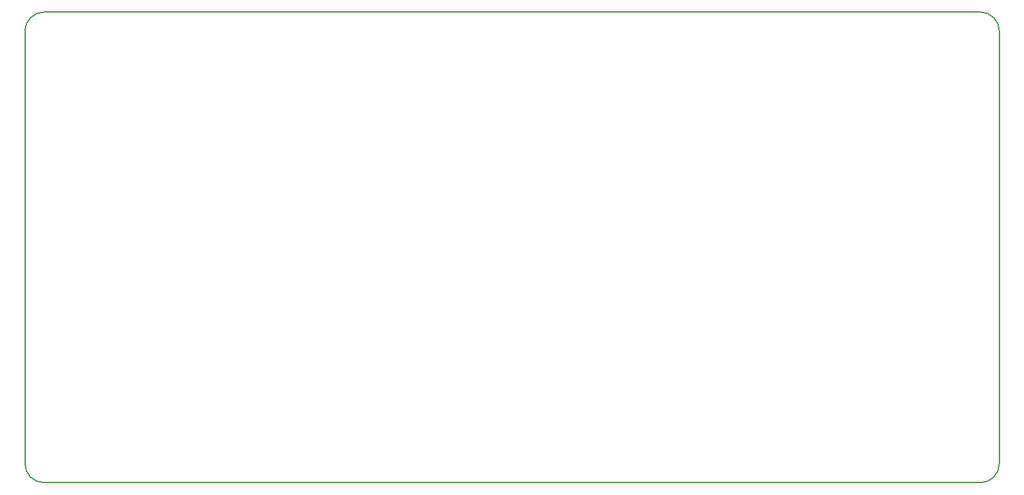
<source format=gbr>
From 2154b240dd549178e672547ee08466f17615c4d7 Mon Sep 17 00:00:00 2001
From: Determinant <ted.sybil@gmail.com>
Date: Sat, 28 Oct 2017 13:00:09 -0400
Subject: add schematic and pcb design

---
 circuits/gbrs/nixie-clock-Edge.Cuts.gbr | 38 +++++++++++++++++++++++++++++++++
 1 file changed, 38 insertions(+)
 create mode 100644 circuits/gbrs/nixie-clock-Edge.Cuts.gbr

(limited to 'circuits/gbrs/nixie-clock-Edge.Cuts.gbr')

diff --git a/circuits/gbrs/nixie-clock-Edge.Cuts.gbr b/circuits/gbrs/nixie-clock-Edge.Cuts.gbr
new file mode 100644
index 0000000..8467a69
--- /dev/null
+++ b/circuits/gbrs/nixie-clock-Edge.Cuts.gbr
@@ -0,0 +1,38 @@
+G04 #@! TF.FileFunction,Profile,NP*
+%FSLAX46Y46*%
+G04 Gerber Fmt 4.6, Leading zero omitted, Abs format (unit mm)*
+G04 Created by KiCad (PCBNEW 4.0.7) date Sun Oct  1 12:43:17 2017*
+%MOMM*%
+%LPD*%
+G01*
+G04 APERTURE LIST*
+%ADD10C,0.100000*%
+%ADD11C,0.150000*%
+G04 APERTURE END LIST*
+D10*
+D11*
+X40640000Y-22860000D02*
+G75*
+G03X38100000Y-25400000I0J-2540000D01*
+G01*
+X38100000Y-83820000D02*
+G75*
+G03X40640000Y-86360000I2540000J0D01*
+G01*
+X166878000Y-86360000D02*
+G75*
+G03X169418000Y-83820000I0J2540000D01*
+G01*
+X169418000Y-83820000D02*
+X169418000Y-25400000D01*
+X169418000Y-25400000D02*
+G75*
+G03X166878000Y-22860000I-2540000J0D01*
+G01*
+X38100000Y-25400000D02*
+X38100000Y-83820000D01*
+X166878000Y-22860000D02*
+X40640000Y-22860000D01*
+X40640000Y-86360000D02*
+X166878000Y-86360000D01*
+M02*
-- 
cgit v1.2.3


</source>
